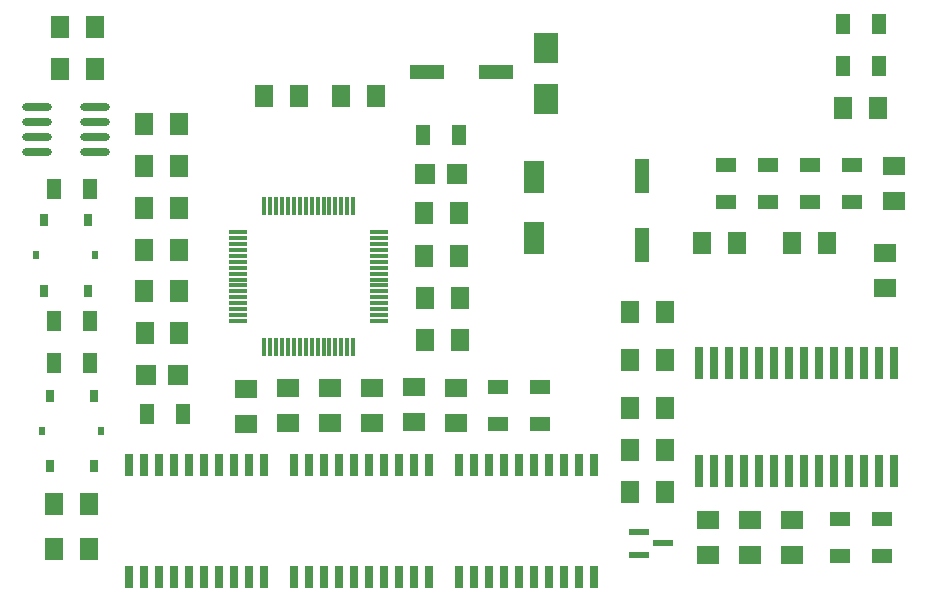
<source format=gtp>
G04*
G04 #@! TF.GenerationSoftware,Altium Limited,Altium Designer,20.2.6 (244)*
G04*
G04 Layer_Color=8421504*
%FSLAX25Y25*%
%MOIN*%
G70*
G04*
G04 #@! TF.SameCoordinates,E97EBE13-EBD0-4CAC-9F2B-1EA0C24CC531*
G04*
G04*
G04 #@! TF.FilePolarity,Positive*
G04*
G01*
G75*
%ADD17R,0.07134X0.04953*%
%ADD18R,0.07316X0.05927*%
%ADD19R,0.01200X0.06299*%
%ADD20R,0.06299X0.01200*%
%ADD21R,0.05927X0.07316*%
%ADD22R,0.02756X0.11024*%
%ADD23R,0.06693X0.02362*%
%ADD24R,0.04953X0.07134*%
%ADD25R,0.11800X0.04600*%
%ADD26R,0.07100X0.10500*%
%ADD27R,0.04600X0.11800*%
%ADD28R,0.06890X0.06890*%
%ADD29R,0.02559X0.07677*%
%ADD30R,0.07874X0.10433*%
%ADD31R,0.02756X0.03937*%
%ADD32R,0.02362X0.02756*%
%ADD33O,0.09843X0.02756*%
D17*
X360000Y385988D02*
D03*
Y398012D02*
D03*
X346000Y385988D02*
D03*
Y398012D02*
D03*
X350000Y503988D02*
D03*
Y516012D02*
D03*
X336000D02*
D03*
Y503988D02*
D03*
X322000Y516012D02*
D03*
Y503988D02*
D03*
X308000D02*
D03*
Y516012D02*
D03*
X246000Y442012D02*
D03*
Y429988D02*
D03*
X232000Y442012D02*
D03*
Y429988D02*
D03*
D18*
X330000Y397812D02*
D03*
Y386188D02*
D03*
X316000Y397812D02*
D03*
Y386188D02*
D03*
X302000Y397812D02*
D03*
Y386188D02*
D03*
X361000Y475188D02*
D03*
Y486812D02*
D03*
X364000Y515812D02*
D03*
Y504188D02*
D03*
X148216Y441534D02*
D03*
Y429910D02*
D03*
X162000Y441812D02*
D03*
Y430188D02*
D03*
X176000Y430188D02*
D03*
Y441812D02*
D03*
X190000D02*
D03*
Y430188D02*
D03*
X204000Y442000D02*
D03*
Y430375D02*
D03*
X218000Y430188D02*
D03*
Y441812D02*
D03*
D19*
X183754Y502600D02*
D03*
X181785D02*
D03*
X179816D02*
D03*
X177848D02*
D03*
X175880D02*
D03*
X173911D02*
D03*
X171942D02*
D03*
X169974D02*
D03*
X168006D02*
D03*
X166037D02*
D03*
X164068D02*
D03*
X162100D02*
D03*
X160132D02*
D03*
X158163D02*
D03*
X156194D02*
D03*
X154226D02*
D03*
Y455600D02*
D03*
X156194D02*
D03*
X158163D02*
D03*
X160132D02*
D03*
X162100D02*
D03*
X164068D02*
D03*
X166037D02*
D03*
X168006D02*
D03*
X169974D02*
D03*
X171942D02*
D03*
X173911D02*
D03*
X175880D02*
D03*
X177848D02*
D03*
X179816D02*
D03*
X181785D02*
D03*
X183754D02*
D03*
D20*
X145352Y493726D02*
D03*
Y491757D02*
D03*
Y489789D02*
D03*
Y487820D02*
D03*
Y485852D02*
D03*
Y483883D02*
D03*
Y481915D02*
D03*
Y479947D02*
D03*
Y477978D02*
D03*
Y476010D02*
D03*
Y474041D02*
D03*
Y472073D02*
D03*
Y470104D02*
D03*
Y468135D02*
D03*
Y466167D02*
D03*
Y464198D02*
D03*
X192352D02*
D03*
Y466167D02*
D03*
Y468135D02*
D03*
Y470104D02*
D03*
Y472073D02*
D03*
Y474041D02*
D03*
Y476010D02*
D03*
Y477978D02*
D03*
Y479947D02*
D03*
Y481915D02*
D03*
Y483883D02*
D03*
Y485852D02*
D03*
Y487820D02*
D03*
Y489789D02*
D03*
Y491757D02*
D03*
Y493726D02*
D03*
D21*
X330188Y490000D02*
D03*
X341812D02*
D03*
X311812D02*
D03*
X300188D02*
D03*
X287844Y467000D02*
D03*
X276219D02*
D03*
X287844Y451000D02*
D03*
X276219D02*
D03*
X287844Y435000D02*
D03*
X276219D02*
D03*
X287812Y407000D02*
D03*
X276188D02*
D03*
X287844Y421000D02*
D03*
X276219D02*
D03*
X125812Y474000D02*
D03*
X114188D02*
D03*
X358812Y535000D02*
D03*
X347188D02*
D03*
X191437Y539000D02*
D03*
X179812D02*
D03*
X84188Y403150D02*
D03*
X95812D02*
D03*
X84188Y388150D02*
D03*
X95812D02*
D03*
X86187Y562000D02*
D03*
X97812D02*
D03*
X207660Y457784D02*
D03*
X219285D02*
D03*
X125903Y460217D02*
D03*
X114278D02*
D03*
X154188Y539000D02*
D03*
X165812D02*
D03*
X219000Y500000D02*
D03*
X207375D02*
D03*
X114188Y529850D02*
D03*
X125812D02*
D03*
X114188Y515850D02*
D03*
X125812D02*
D03*
X86187Y548000D02*
D03*
X97812D02*
D03*
X114188Y487850D02*
D03*
X125812D02*
D03*
X219285Y471783D02*
D03*
X207660D02*
D03*
X114188Y501850D02*
D03*
X125812D02*
D03*
X219097Y485783D02*
D03*
X207472D02*
D03*
D22*
X364000Y450220D02*
D03*
X359000D02*
D03*
X354000D02*
D03*
X349000D02*
D03*
X344000D02*
D03*
X339000D02*
D03*
X334000D02*
D03*
X329000D02*
D03*
X324000D02*
D03*
X319000D02*
D03*
X314000D02*
D03*
X309000D02*
D03*
X304000D02*
D03*
X299000D02*
D03*
X364000Y414000D02*
D03*
X359000D02*
D03*
X354000D02*
D03*
X349000D02*
D03*
X344000D02*
D03*
X339000D02*
D03*
X334000D02*
D03*
X329000D02*
D03*
X324000D02*
D03*
X319000D02*
D03*
X314000D02*
D03*
X309000D02*
D03*
X304000D02*
D03*
X299000D02*
D03*
D23*
X286937Y390000D02*
D03*
X279063Y386260D02*
D03*
Y393740D02*
D03*
D24*
X359012Y563000D02*
D03*
X346988D02*
D03*
X359012Y549000D02*
D03*
X346988D02*
D03*
X96012Y464000D02*
D03*
X83988D02*
D03*
X96012Y508000D02*
D03*
X83988D02*
D03*
X96012Y450000D02*
D03*
X83988D02*
D03*
X114988Y433000D02*
D03*
X127012D02*
D03*
X219012Y526000D02*
D03*
X206988D02*
D03*
D25*
X208550Y547000D02*
D03*
X231450D02*
D03*
D26*
X244000Y512100D02*
D03*
Y491900D02*
D03*
D27*
X280000Y512450D02*
D03*
Y489550D02*
D03*
D28*
X207587Y513000D02*
D03*
X218413D02*
D03*
X114587Y446000D02*
D03*
X125413D02*
D03*
D29*
X219000Y378795D02*
D03*
X224000D02*
D03*
X229000D02*
D03*
X234000D02*
D03*
X239000D02*
D03*
X244000D02*
D03*
X249000D02*
D03*
X254000D02*
D03*
X259000D02*
D03*
X264000D02*
D03*
Y416000D02*
D03*
X259000D02*
D03*
X254000D02*
D03*
X249000D02*
D03*
X244000D02*
D03*
X239000D02*
D03*
X234000D02*
D03*
X229000D02*
D03*
X224000D02*
D03*
X219000D02*
D03*
X109000Y378795D02*
D03*
X114000D02*
D03*
X119000D02*
D03*
X124000D02*
D03*
X129000D02*
D03*
X134000D02*
D03*
X139000D02*
D03*
X144000D02*
D03*
X149000D02*
D03*
X154000D02*
D03*
Y416000D02*
D03*
X149000D02*
D03*
X144000D02*
D03*
X139000D02*
D03*
X134000D02*
D03*
X129000D02*
D03*
X124000D02*
D03*
X119000D02*
D03*
X114000D02*
D03*
X109000D02*
D03*
X164000D02*
D03*
X169000D02*
D03*
X174000D02*
D03*
X179000D02*
D03*
X184000D02*
D03*
X189000D02*
D03*
X194000D02*
D03*
X199000D02*
D03*
X204000D02*
D03*
X209000D02*
D03*
Y378795D02*
D03*
X204000D02*
D03*
X199000D02*
D03*
X194000D02*
D03*
X189000D02*
D03*
X184000D02*
D03*
X179000D02*
D03*
X174000D02*
D03*
X169000D02*
D03*
X164000D02*
D03*
D30*
X248000Y538071D02*
D03*
Y555000D02*
D03*
D31*
X95284Y497811D02*
D03*
X80717D02*
D03*
X95284Y474189D02*
D03*
X80717D02*
D03*
X97284Y439311D02*
D03*
X82717D02*
D03*
X97284Y415689D02*
D03*
X82717D02*
D03*
D32*
X78158Y486000D02*
D03*
X97843D02*
D03*
X80158Y427500D02*
D03*
X99843D02*
D03*
D33*
X78354Y535500D02*
D03*
Y530500D02*
D03*
Y525500D02*
D03*
Y520500D02*
D03*
X97646Y535500D02*
D03*
Y530500D02*
D03*
Y525500D02*
D03*
Y520500D02*
D03*
M02*

</source>
